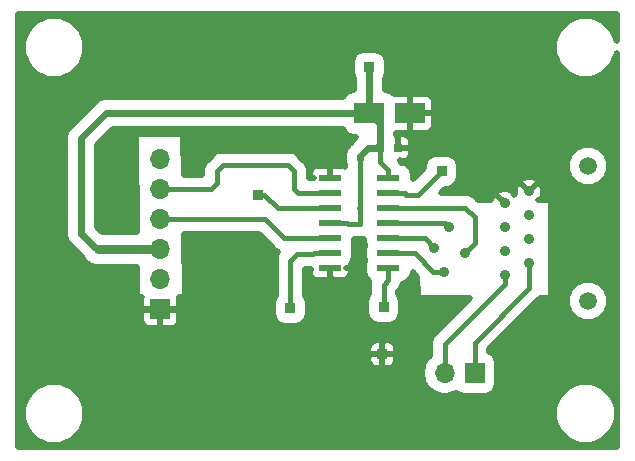
<source format=gbr>
G04 #@! TF.GenerationSoftware,KiCad,Pcbnew,(5.0.2)-1*
G04 #@! TF.CreationDate,2019-11-05T15:10:29+00:00*
G04 #@! TF.ProjectId,RS-485_FTDI,52532d34-3835-45f4-9654-44492e6b6963,rev?*
G04 #@! TF.SameCoordinates,Original*
G04 #@! TF.FileFunction,Copper,L1,Top*
G04 #@! TF.FilePolarity,Positive*
%FSLAX46Y46*%
G04 Gerber Fmt 4.6, Leading zero omitted, Abs format (unit mm)*
G04 Created by KiCad (PCBNEW (5.0.2)-1) date 05/11/2019 15:10:29*
%MOMM*%
%LPD*%
G01*
G04 APERTURE LIST*
G04 #@! TA.AperFunction,SMDPad,CuDef*
%ADD10R,2.600000X1.800000*%
G04 #@! TD*
G04 #@! TA.AperFunction,SMDPad,CuDef*
%ADD11R,0.800000X0.750000*%
G04 #@! TD*
G04 #@! TA.AperFunction,ComponentPad*
%ADD12O,1.700000X1.700000*%
G04 #@! TD*
G04 #@! TA.AperFunction,ComponentPad*
%ADD13R,1.700000X1.700000*%
G04 #@! TD*
G04 #@! TA.AperFunction,ComponentPad*
%ADD14R,0.850000X0.850000*%
G04 #@! TD*
G04 #@! TA.AperFunction,SMDPad,CuDef*
%ADD15R,1.969999X0.542600*%
G04 #@! TD*
G04 #@! TA.AperFunction,WasherPad*
%ADD16C,1.500000*%
G04 #@! TD*
G04 #@! TA.AperFunction,ComponentPad*
%ADD17C,0.900000*%
G04 #@! TD*
G04 #@! TA.AperFunction,ViaPad*
%ADD18C,0.900000*%
G04 #@! TD*
G04 #@! TA.AperFunction,Conductor*
%ADD19C,0.400000*%
G04 #@! TD*
G04 #@! TA.AperFunction,Conductor*
%ADD20C,0.800000*%
G04 #@! TD*
G04 #@! TA.AperFunction,Conductor*
%ADD21C,0.600000*%
G04 #@! TD*
G04 #@! TA.AperFunction,Conductor*
%ADD22C,0.500000*%
G04 #@! TD*
G04 APERTURE END LIST*
D10*
G04 #@! TO.P,C1,2*
G04 #@! TO.N,GND*
X77300000Y-133600000D03*
G04 #@! TO.P,C1,1*
G04 #@! TO.N,+5V*
X73900000Y-133600000D03*
G04 #@! TD*
D11*
G04 #@! TO.P,C2,1*
G04 #@! TO.N,+5V*
X74800000Y-136500000D03*
G04 #@! TO.P,C2,2*
G04 #@! TO.N,GND*
X76300000Y-136500000D03*
G04 #@! TD*
D12*
G04 #@! TO.P,J1,6*
G04 #@! TO.N,N/C*
X56200000Y-137500000D03*
G04 #@! TO.P,J1,5*
G04 #@! TO.N,RXI*
X56200000Y-140040000D03*
G04 #@! TO.P,J1,4*
G04 #@! TO.N,TXO*
X56200000Y-142580000D03*
G04 #@! TO.P,J1,3*
G04 #@! TO.N,+5V*
X56200000Y-145120000D03*
G04 #@! TO.P,J1,2*
G04 #@! TO.N,N/C*
X56200000Y-147660000D03*
D13*
G04 #@! TO.P,J1,1*
G04 #@! TO.N,GND*
X56200000Y-150200000D03*
G04 #@! TD*
D14*
G04 #@! TO.P,J2,1*
G04 #@! TO.N,Net-(J2-Pad1)*
X67200000Y-150100000D03*
G04 #@! TD*
D15*
G04 #@! TO.P,U1,1*
G04 #@! TO.N,GND*
X70572400Y-139090000D03*
G04 #@! TO.P,U1,2*
G04 #@! TO.N,RXI*
X70572400Y-140360000D03*
G04 #@! TO.P,U1,3*
G04 #@! TO.N,Net-(J8-Pad1)*
X70572400Y-141630000D03*
G04 #@! TO.P,U1,4*
G04 #@! TO.N,+5V*
X70572400Y-142900000D03*
G04 #@! TO.P,U1,5*
G04 #@! TO.N,TXO*
X70572400Y-144170000D03*
G04 #@! TO.P,U1,6*
G04 #@! TO.N,Net-(J2-Pad1)*
X70572400Y-145440000D03*
G04 #@! TO.P,U1,7*
G04 #@! TO.N,GND*
X70572400Y-146710000D03*
G04 #@! TO.P,U1,8*
G04 #@! TO.N,Net-(J5-Pad1)*
X75500000Y-146710000D03*
G04 #@! TO.P,U1,9*
G04 #@! TO.N,orange*
X75500000Y-145440000D03*
G04 #@! TO.P,U1,10*
G04 #@! TO.N,w_orange*
X75500000Y-144170000D03*
G04 #@! TO.P,U1,11*
G04 #@! TO.N,w_blue*
X75500000Y-142900000D03*
G04 #@! TO.P,U1,12*
G04 #@! TO.N,blue*
X75500000Y-141630000D03*
G04 #@! TO.P,U1,13*
G04 #@! TO.N,Net-(J9-Pad1)*
X75500000Y-140360000D03*
G04 #@! TO.P,U1,14*
G04 #@! TO.N,+5V*
X75500000Y-139090000D03*
G04 #@! TD*
D14*
G04 #@! TO.P,J4,1*
G04 #@! TO.N,+5V*
X73900000Y-129700000D03*
G04 #@! TD*
G04 #@! TO.P,J5,1*
G04 #@! TO.N,Net-(J5-Pad1)*
X75100000Y-150000000D03*
G04 #@! TD*
G04 #@! TO.P,J6,1*
G04 #@! TO.N,GND*
X75000000Y-154000000D03*
G04 #@! TD*
D12*
G04 #@! TO.P,J3,2*
G04 #@! TO.N,Net-(J3-Pad2)*
X80260000Y-155600000D03*
D13*
G04 #@! TO.P,J3,1*
G04 #@! TO.N,Net-(J3-Pad1)*
X82800000Y-155600000D03*
G04 #@! TD*
D16*
G04 #@! TO.P,J7,*
G04 #@! TO.N,*
X92400001Y-138034999D03*
X92400001Y-149464999D03*
D17*
G04 #@! TO.P,J7,8*
G04 #@! TO.N,Net-(J3-Pad1)*
X87400001Y-146284999D03*
G04 #@! TO.P,J7,4*
G04 #@! TO.N,blue*
X87400001Y-144254999D03*
G04 #@! TO.P,J7,3*
G04 #@! TO.N,w_orange*
X87400001Y-142224999D03*
G04 #@! TO.P,J7,2*
G04 #@! TO.N,GND*
X87400001Y-140194999D03*
G04 #@! TO.P,J7,1*
X85370001Y-141214999D03*
G04 #@! TO.P,J7,5*
G04 #@! TO.N,w_blue*
X85370001Y-143244999D03*
G04 #@! TO.P,J7,6*
G04 #@! TO.N,orange*
X85370001Y-145274999D03*
G04 #@! TO.P,J7,7*
G04 #@! TO.N,Net-(J3-Pad2)*
X85370001Y-147304999D03*
G04 #@! TD*
D14*
G04 #@! TO.P,J8,1*
G04 #@! TO.N,Net-(J8-Pad1)*
X64500000Y-140500000D03*
G04 #@! TD*
G04 #@! TO.P,J9,1*
G04 #@! TO.N,Net-(J9-Pad1)*
X80000000Y-138500000D03*
G04 #@! TD*
D18*
G04 #@! TO.N,GND*
X64500000Y-135800000D03*
X55500000Y-127300000D03*
X67800000Y-126900000D03*
X80700000Y-127300000D03*
X81000000Y-159600000D03*
X70400000Y-159200000D03*
X57300000Y-159600000D03*
X60800000Y-150500000D03*
X71300000Y-149800000D03*
X82800000Y-133300000D03*
G04 #@! TO.N,blue*
X82000000Y-145400000D03*
G04 #@! TO.N,w_orange*
X79400000Y-145000000D03*
G04 #@! TO.N,w_blue*
X80600000Y-143200000D03*
G04 #@! TO.N,orange*
X80200000Y-147000000D03*
G04 #@! TD*
D19*
G04 #@! TO.N,GND*
X70572400Y-147381300D02*
X70800000Y-147608900D01*
X70572400Y-146710000D02*
X70572400Y-147381300D01*
X70800000Y-148300000D02*
X70900000Y-148400000D01*
X70800000Y-148200000D02*
X70800000Y-148300000D01*
X70800000Y-147608900D02*
X70900000Y-148400000D01*
D20*
G04 #@! TO.N,+5V*
X54997919Y-145120000D02*
X54977919Y-145100000D01*
X56200000Y-145120000D02*
X54997919Y-145120000D01*
X54977919Y-145100000D02*
X53700000Y-145100000D01*
D19*
X75500000Y-138418700D02*
X74800000Y-137718700D01*
X75500000Y-139090000D02*
X75500000Y-138418700D01*
X74800000Y-137718700D02*
X74800000Y-136500000D01*
X72057399Y-143000000D02*
X73100000Y-143000000D01*
X71957399Y-142900000D02*
X72057399Y-143000000D01*
X70572400Y-142900000D02*
X71957399Y-142900000D01*
X73030000Y-141630000D02*
X73100000Y-141700000D01*
X73100000Y-137500000D02*
X73100000Y-141700000D01*
X73100000Y-141700000D02*
X73100000Y-143000000D01*
D20*
X56200000Y-145120000D02*
X50880000Y-145120000D01*
D21*
X73100000Y-137200000D02*
X73100000Y-137500000D01*
X73800000Y-136500000D02*
X73100000Y-137200000D01*
X74800000Y-136500000D02*
X73800000Y-136500000D01*
X50880000Y-145120000D02*
X50820000Y-145120000D01*
X50820000Y-145120000D02*
X49500000Y-143800000D01*
X49500000Y-143800000D02*
X49500000Y-135700000D01*
X51600000Y-133600000D02*
X73900000Y-133600000D01*
X49500000Y-135700000D02*
X51600000Y-133600000D01*
X74800000Y-134500000D02*
X73900000Y-133600000D01*
X74800000Y-136500000D02*
X74800000Y-134500000D01*
X73900000Y-133600000D02*
X73900000Y-129700000D01*
D19*
G04 #@! TO.N,RXI*
X60460000Y-140040000D02*
X59960000Y-140040000D01*
X59960000Y-140040000D02*
X56200000Y-140040000D01*
X61000000Y-139500000D02*
X60460000Y-140040000D01*
X61000000Y-138500000D02*
X61000000Y-139500000D01*
X67860000Y-140360000D02*
X67500000Y-140000000D01*
X70572400Y-140360000D02*
X67860000Y-140360000D01*
X67500000Y-140000000D02*
X67500000Y-138500000D01*
X67500000Y-138500000D02*
X67000000Y-138000000D01*
X67000000Y-138000000D02*
X61500000Y-138000000D01*
X61500000Y-138000000D02*
X61000000Y-138500000D01*
G04 #@! TO.N,TXO*
X70572400Y-144170000D02*
X66670000Y-144170000D01*
X65080000Y-142580000D02*
X56200000Y-142580000D01*
X66670000Y-144170000D02*
X65080000Y-142580000D01*
G04 #@! TO.N,Net-(J2-Pad1)*
X69187401Y-145440000D02*
X69127401Y-145500000D01*
X70572400Y-145440000D02*
X69187401Y-145440000D01*
X69127401Y-145500000D02*
X67800000Y-145500000D01*
X67200000Y-146100000D02*
X67200000Y-150100000D01*
X67800000Y-145500000D02*
X67200000Y-146100000D01*
G04 #@! TO.N,Net-(J5-Pad1)*
X75500000Y-146710000D02*
X75500000Y-147700000D01*
X75100000Y-148100000D02*
X75100000Y-150100000D01*
X75500000Y-147700000D02*
X75100000Y-148100000D01*
G04 #@! TO.N,Net-(J3-Pad2)*
X80260000Y-155600000D02*
X80260000Y-153140000D01*
X85370001Y-148029999D02*
X85370001Y-147304999D01*
X80260000Y-153140000D02*
X85370001Y-148029999D01*
G04 #@! TO.N,Net-(J3-Pad1)*
X87400001Y-146284999D02*
X87400001Y-148399999D01*
X82800000Y-153000000D02*
X82800000Y-155600000D01*
X87400001Y-148399999D02*
X82800000Y-153000000D01*
G04 #@! TO.N,blue*
X76884999Y-141630000D02*
X76914999Y-141600000D01*
X75500000Y-141630000D02*
X76884999Y-141630000D01*
X76914999Y-141600000D02*
X81400000Y-141600000D01*
X82000000Y-141600000D02*
X81400000Y-141600000D01*
X82800000Y-142400000D02*
X82000000Y-141600000D01*
X82000000Y-145400000D02*
X82800000Y-144600000D01*
X82800000Y-144600000D02*
X82800000Y-142400000D01*
G04 #@! TO.N,w_orange*
X78570000Y-144170000D02*
X75500000Y-144170000D01*
X79400000Y-145000000D02*
X78570000Y-144170000D01*
G04 #@! TO.N,w_blue*
X80300000Y-142900000D02*
X80600000Y-143200000D01*
X75500000Y-142900000D02*
X80300000Y-142900000D01*
G04 #@! TO.N,orange*
X75500000Y-145440000D02*
X77760000Y-145440000D01*
X77760000Y-145440000D02*
X79320000Y-147000000D01*
X79320000Y-147000000D02*
X80200000Y-147000000D01*
G04 #@! TO.N,Net-(J8-Pad1)*
X70572400Y-141630000D02*
X66130000Y-141630000D01*
X66130000Y-141630000D02*
X65000000Y-140500000D01*
X65000000Y-140500000D02*
X64500000Y-140500000D01*
G04 #@! TO.N,Net-(J9-Pad1)*
X76884999Y-140360000D02*
X77024999Y-140500000D01*
X75500000Y-140360000D02*
X76884999Y-140360000D01*
X77024999Y-140500000D02*
X78000000Y-140500000D01*
X78000000Y-140500000D02*
X80000000Y-138500000D01*
G04 #@! TD*
D22*
G04 #@! TO.N,GND*
G36*
X94850000Y-127472882D02*
X94446562Y-126498895D01*
X93701105Y-125753438D01*
X92727118Y-125350000D01*
X91672882Y-125350000D01*
X90698895Y-125753438D01*
X89953438Y-126498895D01*
X89550000Y-127472882D01*
X89550000Y-128527118D01*
X89953438Y-129501105D01*
X90698895Y-130246562D01*
X91672882Y-130650000D01*
X92727118Y-130650000D01*
X93701105Y-130246562D01*
X94446562Y-129501105D01*
X94850000Y-128527118D01*
X94850001Y-161850000D01*
X44150000Y-161850000D01*
X44150000Y-158472882D01*
X44550000Y-158472882D01*
X44550000Y-159527118D01*
X44953438Y-160501105D01*
X45698895Y-161246562D01*
X46672882Y-161650000D01*
X47727118Y-161650000D01*
X48701105Y-161246562D01*
X49446562Y-160501105D01*
X49850000Y-159527118D01*
X49850000Y-158472882D01*
X89550000Y-158472882D01*
X89550000Y-159527118D01*
X89953438Y-160501105D01*
X90698895Y-161246562D01*
X91672882Y-161650000D01*
X92727118Y-161650000D01*
X93701105Y-161246562D01*
X94446562Y-160501105D01*
X94850000Y-159527118D01*
X94850000Y-158472882D01*
X94446562Y-157498895D01*
X93701105Y-156753438D01*
X92727118Y-156350000D01*
X91672882Y-156350000D01*
X90698895Y-156753438D01*
X89953438Y-157498895D01*
X89550000Y-158472882D01*
X49850000Y-158472882D01*
X49446562Y-157498895D01*
X48701105Y-156753438D01*
X47727118Y-156350000D01*
X46672882Y-156350000D01*
X45698895Y-156753438D01*
X44953438Y-157498895D01*
X44550000Y-158472882D01*
X44150000Y-158472882D01*
X44150000Y-154193500D01*
X73817000Y-154193500D01*
X73817000Y-154575775D01*
X73932398Y-154854372D01*
X74145627Y-155067601D01*
X74424224Y-155183000D01*
X74806500Y-155183000D01*
X74996000Y-154993500D01*
X74996000Y-154004000D01*
X75004000Y-154004000D01*
X75004000Y-154993500D01*
X75193500Y-155183000D01*
X75575776Y-155183000D01*
X75854373Y-155067601D01*
X76067602Y-154854372D01*
X76183000Y-154575775D01*
X76183000Y-154193500D01*
X75993500Y-154004000D01*
X75004000Y-154004000D01*
X74996000Y-154004000D01*
X74006500Y-154004000D01*
X73817000Y-154193500D01*
X44150000Y-154193500D01*
X44150000Y-153424225D01*
X73817000Y-153424225D01*
X73817000Y-153806500D01*
X74006500Y-153996000D01*
X74996000Y-153996000D01*
X74996000Y-153006500D01*
X75004000Y-153006500D01*
X75004000Y-153996000D01*
X75993500Y-153996000D01*
X76183000Y-153806500D01*
X76183000Y-153424225D01*
X76067602Y-153145628D01*
X75854373Y-152932399D01*
X75575776Y-152817000D01*
X75193500Y-152817000D01*
X75004000Y-153006500D01*
X74996000Y-153006500D01*
X74806500Y-152817000D01*
X74424224Y-152817000D01*
X74145627Y-152932399D01*
X73932398Y-153145628D01*
X73817000Y-153424225D01*
X44150000Y-153424225D01*
X44150000Y-150393500D01*
X54592000Y-150393500D01*
X54592000Y-151200775D01*
X54707398Y-151479372D01*
X54920627Y-151692601D01*
X55199224Y-151808000D01*
X56006500Y-151808000D01*
X56196000Y-151618500D01*
X56196000Y-150204000D01*
X56204000Y-150204000D01*
X56204000Y-151618500D01*
X56393500Y-151808000D01*
X57200776Y-151808000D01*
X57479373Y-151692601D01*
X57692602Y-151479372D01*
X57808000Y-151200775D01*
X57808000Y-150393500D01*
X57618500Y-150204000D01*
X56204000Y-150204000D01*
X56196000Y-150204000D01*
X54781500Y-150204000D01*
X54592000Y-150393500D01*
X44150000Y-150393500D01*
X44150000Y-135700000D01*
X48123552Y-135700000D01*
X48150001Y-135832968D01*
X48150000Y-143667037D01*
X48123552Y-143800000D01*
X48150000Y-143932962D01*
X48228328Y-144326743D01*
X48526704Y-144773295D01*
X48639424Y-144848612D01*
X49589757Y-145798945D01*
X49834608Y-146165392D01*
X50314238Y-146485870D01*
X50737188Y-146570000D01*
X54232474Y-146570000D01*
X54250007Y-148901880D01*
X54269030Y-148995671D01*
X54323223Y-149076777D01*
X54404329Y-149130970D01*
X54500000Y-149150000D01*
X54612390Y-149150000D01*
X54592000Y-149199225D01*
X54592000Y-150006500D01*
X54781500Y-150196000D01*
X56196000Y-150196000D01*
X56196000Y-150176000D01*
X56204000Y-150176000D01*
X56204000Y-150196000D01*
X57618500Y-150196000D01*
X57808000Y-150006500D01*
X57808000Y-149199225D01*
X57787610Y-149150000D01*
X58000000Y-149150000D01*
X58097405Y-149130244D01*
X58178101Y-149075443D01*
X58231683Y-148993932D01*
X58249993Y-148898120D01*
X58211887Y-143830000D01*
X64562234Y-143830000D01*
X65699064Y-144966830D01*
X65768801Y-145071199D01*
X66028526Y-145244742D01*
X66182274Y-145347473D01*
X66197446Y-145350491D01*
X66022527Y-145612276D01*
X65950000Y-145976892D01*
X65950000Y-145976896D01*
X65925513Y-146100000D01*
X65950000Y-146223104D01*
X65950001Y-149019750D01*
X65785922Y-149265311D01*
X65704430Y-149675000D01*
X65704430Y-150525000D01*
X65785922Y-150934689D01*
X66017993Y-151282007D01*
X66365311Y-151514078D01*
X66775000Y-151595570D01*
X67625000Y-151595570D01*
X68034689Y-151514078D01*
X68382007Y-151282007D01*
X68614078Y-150934689D01*
X68695570Y-150525000D01*
X68695570Y-149675000D01*
X68614078Y-149265311D01*
X68450000Y-149019751D01*
X68450000Y-146750000D01*
X68982901Y-146750000D01*
X68829401Y-146903500D01*
X68829401Y-147132075D01*
X68944799Y-147410672D01*
X69158028Y-147623901D01*
X69436625Y-147739300D01*
X70378900Y-147739300D01*
X70568400Y-147549800D01*
X70568400Y-146781870D01*
X70576400Y-146781870D01*
X70576400Y-147549800D01*
X70765900Y-147739300D01*
X71708175Y-147739300D01*
X71986772Y-147623901D01*
X72200001Y-147410672D01*
X72315399Y-147132075D01*
X72315399Y-146903500D01*
X72125899Y-146714000D01*
X71898605Y-146714000D01*
X71938824Y-146706000D01*
X72125899Y-146706000D01*
X72315399Y-146516500D01*
X72315399Y-146466821D01*
X72546477Y-146120989D01*
X72627969Y-145711300D01*
X72627969Y-145168700D01*
X72555625Y-144805000D01*
X72627969Y-144441300D01*
X72627969Y-144250000D01*
X72976891Y-144250000D01*
X73100000Y-144274488D01*
X73444431Y-144205976D01*
X73444431Y-144441300D01*
X73516775Y-144805000D01*
X73444431Y-145168700D01*
X73444431Y-145711300D01*
X73516775Y-146075000D01*
X73444431Y-146438700D01*
X73444431Y-146981300D01*
X73525923Y-147390989D01*
X73757994Y-147738307D01*
X73881096Y-147820561D01*
X73850000Y-147976892D01*
X73850000Y-147976896D01*
X73825513Y-148100000D01*
X73850000Y-148223104D01*
X73850000Y-148919751D01*
X73685922Y-149165311D01*
X73604430Y-149575000D01*
X73604430Y-150425000D01*
X73685922Y-150834689D01*
X73917993Y-151182007D01*
X74265311Y-151414078D01*
X74675000Y-151495570D01*
X75525000Y-151495570D01*
X75934689Y-151414078D01*
X76282007Y-151182007D01*
X76514078Y-150834689D01*
X76595570Y-150425000D01*
X76595570Y-149575000D01*
X76514078Y-149165311D01*
X76350000Y-148919751D01*
X76350000Y-148635409D01*
X76401199Y-148601199D01*
X76677473Y-148187725D01*
X76713539Y-148006411D01*
X76894688Y-147970378D01*
X77242006Y-147738307D01*
X77474077Y-147390989D01*
X77551913Y-146999680D01*
X77964819Y-147412586D01*
X77975005Y-149001603D01*
X77994030Y-149095671D01*
X78048223Y-149176777D01*
X78129329Y-149230970D01*
X78225000Y-149250000D01*
X82382233Y-149250000D01*
X79463168Y-152169066D01*
X79358802Y-152238801D01*
X79289067Y-152343167D01*
X79289066Y-152343168D01*
X79082528Y-152652275D01*
X78985513Y-153140000D01*
X79010001Y-153263108D01*
X79010001Y-154150112D01*
X78890176Y-154230176D01*
X78470239Y-154858657D01*
X78322777Y-155600000D01*
X78470239Y-156341343D01*
X78890176Y-156969824D01*
X79518657Y-157389761D01*
X80072867Y-157500000D01*
X80447133Y-157500000D01*
X81001343Y-157389761D01*
X81233923Y-157234356D01*
X81540311Y-157439078D01*
X81950000Y-157520570D01*
X83650000Y-157520570D01*
X84059689Y-157439078D01*
X84407007Y-157207007D01*
X84639078Y-156859689D01*
X84720570Y-156450000D01*
X84720570Y-154750000D01*
X84639078Y-154340311D01*
X84407007Y-153992993D01*
X84059689Y-153760922D01*
X84050000Y-153758995D01*
X84050000Y-153517766D01*
X88196834Y-149370933D01*
X88301200Y-149301198D01*
X88335409Y-149250000D01*
X89000000Y-149250000D01*
X89094188Y-149231578D01*
X89175640Y-149177906D01*
X89223707Y-149106957D01*
X90600001Y-149106957D01*
X90600001Y-149823041D01*
X90874035Y-150484617D01*
X91380383Y-150990965D01*
X92041959Y-151264999D01*
X92758043Y-151264999D01*
X93419619Y-150990965D01*
X93925967Y-150484617D01*
X94200001Y-149823041D01*
X94200001Y-149106957D01*
X93925967Y-148445381D01*
X93419619Y-147939033D01*
X92758043Y-147664999D01*
X92041959Y-147664999D01*
X91380383Y-147939033D01*
X90874035Y-148445381D01*
X90600001Y-149106957D01*
X89223707Y-149106957D01*
X89230352Y-149097149D01*
X89249995Y-149001603D01*
X89299995Y-141201603D01*
X89280970Y-141104329D01*
X89226777Y-141023223D01*
X89145671Y-140969030D01*
X89050000Y-140950000D01*
X88241571Y-140950000D01*
X88185395Y-140926731D01*
X88398786Y-140915714D01*
X88598563Y-140478634D01*
X88615871Y-139998374D01*
X88448073Y-139548047D01*
X88398786Y-139474284D01*
X88139746Y-139460910D01*
X87405658Y-140194999D01*
X87419800Y-140209141D01*
X87414143Y-140214798D01*
X87400001Y-140200656D01*
X87385859Y-140214798D01*
X87380202Y-140209141D01*
X87394344Y-140194999D01*
X86660256Y-139460910D01*
X86401216Y-139474284D01*
X86201439Y-139911364D01*
X86184131Y-140391624D01*
X86185104Y-140394236D01*
X86104090Y-140475250D01*
X86090716Y-140216214D01*
X85653636Y-140016437D01*
X85173376Y-139999129D01*
X84723049Y-140166927D01*
X84649286Y-140216214D01*
X84635912Y-140475254D01*
X85110659Y-140950000D01*
X85099345Y-140950000D01*
X84630256Y-140480910D01*
X84371216Y-140494284D01*
X84171439Y-140931364D01*
X84170767Y-140950000D01*
X83117766Y-140950000D01*
X82970936Y-140803169D01*
X82901199Y-140698801D01*
X82487725Y-140422527D01*
X82123109Y-140350000D01*
X82123104Y-140350000D01*
X82000000Y-140325513D01*
X81876896Y-140350000D01*
X79917767Y-140350000D01*
X80272197Y-139995570D01*
X80425000Y-139995570D01*
X80834689Y-139914078D01*
X81182007Y-139682007D01*
X81333518Y-139455254D01*
X86665912Y-139455254D01*
X87400001Y-140189342D01*
X88134090Y-139455254D01*
X88120716Y-139196214D01*
X87683636Y-138996437D01*
X87203376Y-138979129D01*
X86753049Y-139146927D01*
X86679286Y-139196214D01*
X86665912Y-139455254D01*
X81333518Y-139455254D01*
X81414078Y-139334689D01*
X81495570Y-138925000D01*
X81495570Y-138075000D01*
X81416395Y-137676957D01*
X90600001Y-137676957D01*
X90600001Y-138393041D01*
X90874035Y-139054617D01*
X91380383Y-139560965D01*
X92041959Y-139834999D01*
X92758043Y-139834999D01*
X93419619Y-139560965D01*
X93925967Y-139054617D01*
X94200001Y-138393041D01*
X94200001Y-137676957D01*
X93925967Y-137015381D01*
X93419619Y-136509033D01*
X92758043Y-136234999D01*
X92041959Y-136234999D01*
X91380383Y-136509033D01*
X90874035Y-137015381D01*
X90600001Y-137676957D01*
X81416395Y-137676957D01*
X81414078Y-137665311D01*
X81182007Y-137317993D01*
X80834689Y-137085922D01*
X80425000Y-137004430D01*
X79575000Y-137004430D01*
X79165311Y-137085922D01*
X78817993Y-137317993D01*
X78585922Y-137665311D01*
X78504430Y-138075000D01*
X78504430Y-138227803D01*
X77555569Y-139176665D01*
X77555569Y-138818700D01*
X77474077Y-138409011D01*
X77242006Y-138061693D01*
X76894688Y-137829622D01*
X76566076Y-137764257D01*
X76447912Y-137587412D01*
X76493500Y-137633000D01*
X76850776Y-137633000D01*
X77129373Y-137517601D01*
X77342602Y-137304372D01*
X77458000Y-137025775D01*
X77458000Y-136693500D01*
X77268500Y-136504000D01*
X76304000Y-136504000D01*
X76304000Y-136524000D01*
X76296000Y-136524000D01*
X76296000Y-136504000D01*
X76276000Y-136504000D01*
X76276000Y-136496000D01*
X76296000Y-136496000D01*
X76296000Y-135556500D01*
X76304000Y-135556500D01*
X76304000Y-136496000D01*
X77268500Y-136496000D01*
X77458000Y-136306500D01*
X77458000Y-135974225D01*
X77342602Y-135695628D01*
X77129373Y-135482399D01*
X76850776Y-135367000D01*
X76493500Y-135367000D01*
X76304000Y-135556500D01*
X76296000Y-135556500D01*
X76150000Y-135410500D01*
X76150000Y-135258000D01*
X77106500Y-135258000D01*
X77296000Y-135068500D01*
X77296000Y-133604000D01*
X77304000Y-133604000D01*
X77304000Y-135068500D01*
X77493500Y-135258000D01*
X78750776Y-135258000D01*
X79029373Y-135142601D01*
X79242602Y-134929372D01*
X79358000Y-134650775D01*
X79358000Y-133793500D01*
X79168500Y-133604000D01*
X77304000Y-133604000D01*
X77296000Y-133604000D01*
X77276000Y-133604000D01*
X77276000Y-133596000D01*
X77296000Y-133596000D01*
X77296000Y-132131500D01*
X77304000Y-132131500D01*
X77304000Y-133596000D01*
X79168500Y-133596000D01*
X79358000Y-133406500D01*
X79358000Y-132549225D01*
X79242602Y-132270628D01*
X79029373Y-132057399D01*
X78750776Y-131942000D01*
X77493500Y-131942000D01*
X77304000Y-132131500D01*
X77296000Y-132131500D01*
X77106500Y-131942000D01*
X75955521Y-131942000D01*
X75609689Y-131710922D01*
X75250000Y-131639376D01*
X75250000Y-130630588D01*
X75314078Y-130534689D01*
X75395570Y-130125000D01*
X75395570Y-129275000D01*
X75314078Y-128865311D01*
X75082007Y-128517993D01*
X74734689Y-128285922D01*
X74325000Y-128204430D01*
X73475000Y-128204430D01*
X73065311Y-128285922D01*
X72717993Y-128517993D01*
X72485922Y-128865311D01*
X72404430Y-129275000D01*
X72404430Y-130125000D01*
X72485922Y-130534689D01*
X72550001Y-130630589D01*
X72550001Y-131639375D01*
X72190311Y-131710922D01*
X71842993Y-131942993D01*
X71637857Y-132250000D01*
X51732961Y-132250000D01*
X51599999Y-132223552D01*
X51467038Y-132250000D01*
X51467037Y-132250000D01*
X51073256Y-132328328D01*
X50626704Y-132626704D01*
X50551385Y-132739427D01*
X48639425Y-134651387D01*
X48526705Y-134726704D01*
X48451388Y-134839424D01*
X48451387Y-134839425D01*
X48228328Y-135173257D01*
X48123552Y-135700000D01*
X44150000Y-135700000D01*
X44150000Y-127472882D01*
X44550000Y-127472882D01*
X44550000Y-128527118D01*
X44953438Y-129501105D01*
X45698895Y-130246562D01*
X46672882Y-130650000D01*
X47727118Y-130650000D01*
X48701105Y-130246562D01*
X49446562Y-129501105D01*
X49850000Y-128527118D01*
X49850000Y-127472882D01*
X49446562Y-126498895D01*
X48701105Y-125753438D01*
X47727118Y-125350000D01*
X46672882Y-125350000D01*
X45698895Y-125753438D01*
X44953438Y-126498895D01*
X44550000Y-127472882D01*
X44150000Y-127472882D01*
X44150000Y-125150000D01*
X94850000Y-125150000D01*
X94850000Y-127472882D01*
X94850000Y-127472882D01*
G37*
X94850000Y-127472882D02*
X94446562Y-126498895D01*
X93701105Y-125753438D01*
X92727118Y-125350000D01*
X91672882Y-125350000D01*
X90698895Y-125753438D01*
X89953438Y-126498895D01*
X89550000Y-127472882D01*
X89550000Y-128527118D01*
X89953438Y-129501105D01*
X90698895Y-130246562D01*
X91672882Y-130650000D01*
X92727118Y-130650000D01*
X93701105Y-130246562D01*
X94446562Y-129501105D01*
X94850000Y-128527118D01*
X94850001Y-161850000D01*
X44150000Y-161850000D01*
X44150000Y-158472882D01*
X44550000Y-158472882D01*
X44550000Y-159527118D01*
X44953438Y-160501105D01*
X45698895Y-161246562D01*
X46672882Y-161650000D01*
X47727118Y-161650000D01*
X48701105Y-161246562D01*
X49446562Y-160501105D01*
X49850000Y-159527118D01*
X49850000Y-158472882D01*
X89550000Y-158472882D01*
X89550000Y-159527118D01*
X89953438Y-160501105D01*
X90698895Y-161246562D01*
X91672882Y-161650000D01*
X92727118Y-161650000D01*
X93701105Y-161246562D01*
X94446562Y-160501105D01*
X94850000Y-159527118D01*
X94850000Y-158472882D01*
X94446562Y-157498895D01*
X93701105Y-156753438D01*
X92727118Y-156350000D01*
X91672882Y-156350000D01*
X90698895Y-156753438D01*
X89953438Y-157498895D01*
X89550000Y-158472882D01*
X49850000Y-158472882D01*
X49446562Y-157498895D01*
X48701105Y-156753438D01*
X47727118Y-156350000D01*
X46672882Y-156350000D01*
X45698895Y-156753438D01*
X44953438Y-157498895D01*
X44550000Y-158472882D01*
X44150000Y-158472882D01*
X44150000Y-154193500D01*
X73817000Y-154193500D01*
X73817000Y-154575775D01*
X73932398Y-154854372D01*
X74145627Y-155067601D01*
X74424224Y-155183000D01*
X74806500Y-155183000D01*
X74996000Y-154993500D01*
X74996000Y-154004000D01*
X75004000Y-154004000D01*
X75004000Y-154993500D01*
X75193500Y-155183000D01*
X75575776Y-155183000D01*
X75854373Y-155067601D01*
X76067602Y-154854372D01*
X76183000Y-154575775D01*
X76183000Y-154193500D01*
X75993500Y-154004000D01*
X75004000Y-154004000D01*
X74996000Y-154004000D01*
X74006500Y-154004000D01*
X73817000Y-154193500D01*
X44150000Y-154193500D01*
X44150000Y-153424225D01*
X73817000Y-153424225D01*
X73817000Y-153806500D01*
X74006500Y-153996000D01*
X74996000Y-153996000D01*
X74996000Y-153006500D01*
X75004000Y-153006500D01*
X75004000Y-153996000D01*
X75993500Y-153996000D01*
X76183000Y-153806500D01*
X76183000Y-153424225D01*
X76067602Y-153145628D01*
X75854373Y-152932399D01*
X75575776Y-152817000D01*
X75193500Y-152817000D01*
X75004000Y-153006500D01*
X74996000Y-153006500D01*
X74806500Y-152817000D01*
X74424224Y-152817000D01*
X74145627Y-152932399D01*
X73932398Y-153145628D01*
X73817000Y-153424225D01*
X44150000Y-153424225D01*
X44150000Y-150393500D01*
X54592000Y-150393500D01*
X54592000Y-151200775D01*
X54707398Y-151479372D01*
X54920627Y-151692601D01*
X55199224Y-151808000D01*
X56006500Y-151808000D01*
X56196000Y-151618500D01*
X56196000Y-150204000D01*
X56204000Y-150204000D01*
X56204000Y-151618500D01*
X56393500Y-151808000D01*
X57200776Y-151808000D01*
X57479373Y-151692601D01*
X57692602Y-151479372D01*
X57808000Y-151200775D01*
X57808000Y-150393500D01*
X57618500Y-150204000D01*
X56204000Y-150204000D01*
X56196000Y-150204000D01*
X54781500Y-150204000D01*
X54592000Y-150393500D01*
X44150000Y-150393500D01*
X44150000Y-135700000D01*
X48123552Y-135700000D01*
X48150001Y-135832968D01*
X48150000Y-143667037D01*
X48123552Y-143800000D01*
X48150000Y-143932962D01*
X48228328Y-144326743D01*
X48526704Y-144773295D01*
X48639424Y-144848612D01*
X49589757Y-145798945D01*
X49834608Y-146165392D01*
X50314238Y-146485870D01*
X50737188Y-146570000D01*
X54232474Y-146570000D01*
X54250007Y-148901880D01*
X54269030Y-148995671D01*
X54323223Y-149076777D01*
X54404329Y-149130970D01*
X54500000Y-149150000D01*
X54612390Y-149150000D01*
X54592000Y-149199225D01*
X54592000Y-150006500D01*
X54781500Y-150196000D01*
X56196000Y-150196000D01*
X56196000Y-150176000D01*
X56204000Y-150176000D01*
X56204000Y-150196000D01*
X57618500Y-150196000D01*
X57808000Y-150006500D01*
X57808000Y-149199225D01*
X57787610Y-149150000D01*
X58000000Y-149150000D01*
X58097405Y-149130244D01*
X58178101Y-149075443D01*
X58231683Y-148993932D01*
X58249993Y-148898120D01*
X58211887Y-143830000D01*
X64562234Y-143830000D01*
X65699064Y-144966830D01*
X65768801Y-145071199D01*
X66028526Y-145244742D01*
X66182274Y-145347473D01*
X66197446Y-145350491D01*
X66022527Y-145612276D01*
X65950000Y-145976892D01*
X65950000Y-145976896D01*
X65925513Y-146100000D01*
X65950000Y-146223104D01*
X65950001Y-149019750D01*
X65785922Y-149265311D01*
X65704430Y-149675000D01*
X65704430Y-150525000D01*
X65785922Y-150934689D01*
X66017993Y-151282007D01*
X66365311Y-151514078D01*
X66775000Y-151595570D01*
X67625000Y-151595570D01*
X68034689Y-151514078D01*
X68382007Y-151282007D01*
X68614078Y-150934689D01*
X68695570Y-150525000D01*
X68695570Y-149675000D01*
X68614078Y-149265311D01*
X68450000Y-149019751D01*
X68450000Y-146750000D01*
X68982901Y-146750000D01*
X68829401Y-146903500D01*
X68829401Y-147132075D01*
X68944799Y-147410672D01*
X69158028Y-147623901D01*
X69436625Y-147739300D01*
X70378900Y-147739300D01*
X70568400Y-147549800D01*
X70568400Y-146781870D01*
X70576400Y-146781870D01*
X70576400Y-147549800D01*
X70765900Y-147739300D01*
X71708175Y-147739300D01*
X71986772Y-147623901D01*
X72200001Y-147410672D01*
X72315399Y-147132075D01*
X72315399Y-146903500D01*
X72125899Y-146714000D01*
X71898605Y-146714000D01*
X71938824Y-146706000D01*
X72125899Y-146706000D01*
X72315399Y-146516500D01*
X72315399Y-146466821D01*
X72546477Y-146120989D01*
X72627969Y-145711300D01*
X72627969Y-145168700D01*
X72555625Y-144805000D01*
X72627969Y-144441300D01*
X72627969Y-144250000D01*
X72976891Y-144250000D01*
X73100000Y-144274488D01*
X73444431Y-144205976D01*
X73444431Y-144441300D01*
X73516775Y-144805000D01*
X73444431Y-145168700D01*
X73444431Y-145711300D01*
X73516775Y-146075000D01*
X73444431Y-146438700D01*
X73444431Y-146981300D01*
X73525923Y-147390989D01*
X73757994Y-147738307D01*
X73881096Y-147820561D01*
X73850000Y-147976892D01*
X73850000Y-147976896D01*
X73825513Y-148100000D01*
X73850000Y-148223104D01*
X73850000Y-148919751D01*
X73685922Y-149165311D01*
X73604430Y-149575000D01*
X73604430Y-150425000D01*
X73685922Y-150834689D01*
X73917993Y-151182007D01*
X74265311Y-151414078D01*
X74675000Y-151495570D01*
X75525000Y-151495570D01*
X75934689Y-151414078D01*
X76282007Y-151182007D01*
X76514078Y-150834689D01*
X76595570Y-150425000D01*
X76595570Y-149575000D01*
X76514078Y-149165311D01*
X76350000Y-148919751D01*
X76350000Y-148635409D01*
X76401199Y-148601199D01*
X76677473Y-148187725D01*
X76713539Y-148006411D01*
X76894688Y-147970378D01*
X77242006Y-147738307D01*
X77474077Y-147390989D01*
X77551913Y-146999680D01*
X77964819Y-147412586D01*
X77975005Y-149001603D01*
X77994030Y-149095671D01*
X78048223Y-149176777D01*
X78129329Y-149230970D01*
X78225000Y-149250000D01*
X82382233Y-149250000D01*
X79463168Y-152169066D01*
X79358802Y-152238801D01*
X79289067Y-152343167D01*
X79289066Y-152343168D01*
X79082528Y-152652275D01*
X78985513Y-153140000D01*
X79010001Y-153263108D01*
X79010001Y-154150112D01*
X78890176Y-154230176D01*
X78470239Y-154858657D01*
X78322777Y-155600000D01*
X78470239Y-156341343D01*
X78890176Y-156969824D01*
X79518657Y-157389761D01*
X80072867Y-157500000D01*
X80447133Y-157500000D01*
X81001343Y-157389761D01*
X81233923Y-157234356D01*
X81540311Y-157439078D01*
X81950000Y-157520570D01*
X83650000Y-157520570D01*
X84059689Y-157439078D01*
X84407007Y-157207007D01*
X84639078Y-156859689D01*
X84720570Y-156450000D01*
X84720570Y-154750000D01*
X84639078Y-154340311D01*
X84407007Y-153992993D01*
X84059689Y-153760922D01*
X84050000Y-153758995D01*
X84050000Y-153517766D01*
X88196834Y-149370933D01*
X88301200Y-149301198D01*
X88335409Y-149250000D01*
X89000000Y-149250000D01*
X89094188Y-149231578D01*
X89175640Y-149177906D01*
X89223707Y-149106957D01*
X90600001Y-149106957D01*
X90600001Y-149823041D01*
X90874035Y-150484617D01*
X91380383Y-150990965D01*
X92041959Y-151264999D01*
X92758043Y-151264999D01*
X93419619Y-150990965D01*
X93925967Y-150484617D01*
X94200001Y-149823041D01*
X94200001Y-149106957D01*
X93925967Y-148445381D01*
X93419619Y-147939033D01*
X92758043Y-147664999D01*
X92041959Y-147664999D01*
X91380383Y-147939033D01*
X90874035Y-148445381D01*
X90600001Y-149106957D01*
X89223707Y-149106957D01*
X89230352Y-149097149D01*
X89249995Y-149001603D01*
X89299995Y-141201603D01*
X89280970Y-141104329D01*
X89226777Y-141023223D01*
X89145671Y-140969030D01*
X89050000Y-140950000D01*
X88241571Y-140950000D01*
X88185395Y-140926731D01*
X88398786Y-140915714D01*
X88598563Y-140478634D01*
X88615871Y-139998374D01*
X88448073Y-139548047D01*
X88398786Y-139474284D01*
X88139746Y-139460910D01*
X87405658Y-140194999D01*
X87419800Y-140209141D01*
X87414143Y-140214798D01*
X87400001Y-140200656D01*
X87385859Y-140214798D01*
X87380202Y-140209141D01*
X87394344Y-140194999D01*
X86660256Y-139460910D01*
X86401216Y-139474284D01*
X86201439Y-139911364D01*
X86184131Y-140391624D01*
X86185104Y-140394236D01*
X86104090Y-140475250D01*
X86090716Y-140216214D01*
X85653636Y-140016437D01*
X85173376Y-139999129D01*
X84723049Y-140166927D01*
X84649286Y-140216214D01*
X84635912Y-140475254D01*
X85110659Y-140950000D01*
X85099345Y-140950000D01*
X84630256Y-140480910D01*
X84371216Y-140494284D01*
X84171439Y-140931364D01*
X84170767Y-140950000D01*
X83117766Y-140950000D01*
X82970936Y-140803169D01*
X82901199Y-140698801D01*
X82487725Y-140422527D01*
X82123109Y-140350000D01*
X82123104Y-140350000D01*
X82000000Y-140325513D01*
X81876896Y-140350000D01*
X79917767Y-140350000D01*
X80272197Y-139995570D01*
X80425000Y-139995570D01*
X80834689Y-139914078D01*
X81182007Y-139682007D01*
X81333518Y-139455254D01*
X86665912Y-139455254D01*
X87400001Y-140189342D01*
X88134090Y-139455254D01*
X88120716Y-139196214D01*
X87683636Y-138996437D01*
X87203376Y-138979129D01*
X86753049Y-139146927D01*
X86679286Y-139196214D01*
X86665912Y-139455254D01*
X81333518Y-139455254D01*
X81414078Y-139334689D01*
X81495570Y-138925000D01*
X81495570Y-138075000D01*
X81416395Y-137676957D01*
X90600001Y-137676957D01*
X90600001Y-138393041D01*
X90874035Y-139054617D01*
X91380383Y-139560965D01*
X92041959Y-139834999D01*
X92758043Y-139834999D01*
X93419619Y-139560965D01*
X93925967Y-139054617D01*
X94200001Y-138393041D01*
X94200001Y-137676957D01*
X93925967Y-137015381D01*
X93419619Y-136509033D01*
X92758043Y-136234999D01*
X92041959Y-136234999D01*
X91380383Y-136509033D01*
X90874035Y-137015381D01*
X90600001Y-137676957D01*
X81416395Y-137676957D01*
X81414078Y-137665311D01*
X81182007Y-137317993D01*
X80834689Y-137085922D01*
X80425000Y-137004430D01*
X79575000Y-137004430D01*
X79165311Y-137085922D01*
X78817993Y-137317993D01*
X78585922Y-137665311D01*
X78504430Y-138075000D01*
X78504430Y-138227803D01*
X77555569Y-139176665D01*
X77555569Y-138818700D01*
X77474077Y-138409011D01*
X77242006Y-138061693D01*
X76894688Y-137829622D01*
X76566076Y-137764257D01*
X76447912Y-137587412D01*
X76493500Y-137633000D01*
X76850776Y-137633000D01*
X77129373Y-137517601D01*
X77342602Y-137304372D01*
X77458000Y-137025775D01*
X77458000Y-136693500D01*
X77268500Y-136504000D01*
X76304000Y-136504000D01*
X76304000Y-136524000D01*
X76296000Y-136524000D01*
X76296000Y-136504000D01*
X76276000Y-136504000D01*
X76276000Y-136496000D01*
X76296000Y-136496000D01*
X76296000Y-135556500D01*
X76304000Y-135556500D01*
X76304000Y-136496000D01*
X77268500Y-136496000D01*
X77458000Y-136306500D01*
X77458000Y-135974225D01*
X77342602Y-135695628D01*
X77129373Y-135482399D01*
X76850776Y-135367000D01*
X76493500Y-135367000D01*
X76304000Y-135556500D01*
X76296000Y-135556500D01*
X76150000Y-135410500D01*
X76150000Y-135258000D01*
X77106500Y-135258000D01*
X77296000Y-135068500D01*
X77296000Y-133604000D01*
X77304000Y-133604000D01*
X77304000Y-135068500D01*
X77493500Y-135258000D01*
X78750776Y-135258000D01*
X79029373Y-135142601D01*
X79242602Y-134929372D01*
X79358000Y-134650775D01*
X79358000Y-133793500D01*
X79168500Y-133604000D01*
X77304000Y-133604000D01*
X77296000Y-133604000D01*
X77276000Y-133604000D01*
X77276000Y-133596000D01*
X77296000Y-133596000D01*
X77296000Y-132131500D01*
X77304000Y-132131500D01*
X77304000Y-133596000D01*
X79168500Y-133596000D01*
X79358000Y-133406500D01*
X79358000Y-132549225D01*
X79242602Y-132270628D01*
X79029373Y-132057399D01*
X78750776Y-131942000D01*
X77493500Y-131942000D01*
X77304000Y-132131500D01*
X77296000Y-132131500D01*
X77106500Y-131942000D01*
X75955521Y-131942000D01*
X75609689Y-131710922D01*
X75250000Y-131639376D01*
X75250000Y-130630588D01*
X75314078Y-130534689D01*
X75395570Y-130125000D01*
X75395570Y-129275000D01*
X75314078Y-128865311D01*
X75082007Y-128517993D01*
X74734689Y-128285922D01*
X74325000Y-128204430D01*
X73475000Y-128204430D01*
X73065311Y-128285922D01*
X72717993Y-128517993D01*
X72485922Y-128865311D01*
X72404430Y-129275000D01*
X72404430Y-130125000D01*
X72485922Y-130534689D01*
X72550001Y-130630589D01*
X72550001Y-131639375D01*
X72190311Y-131710922D01*
X71842993Y-131942993D01*
X71637857Y-132250000D01*
X51732961Y-132250000D01*
X51599999Y-132223552D01*
X51467038Y-132250000D01*
X51467037Y-132250000D01*
X51073256Y-132328328D01*
X50626704Y-132626704D01*
X50551385Y-132739427D01*
X48639425Y-134651387D01*
X48526705Y-134726704D01*
X48451388Y-134839424D01*
X48451387Y-134839425D01*
X48228328Y-135173257D01*
X48123552Y-135700000D01*
X44150000Y-135700000D01*
X44150000Y-127472882D01*
X44550000Y-127472882D01*
X44550000Y-128527118D01*
X44953438Y-129501105D01*
X45698895Y-130246562D01*
X46672882Y-130650000D01*
X47727118Y-130650000D01*
X48701105Y-130246562D01*
X49446562Y-129501105D01*
X49850000Y-128527118D01*
X49850000Y-127472882D01*
X49446562Y-126498895D01*
X48701105Y-125753438D01*
X47727118Y-125350000D01*
X46672882Y-125350000D01*
X45698895Y-125753438D01*
X44953438Y-126498895D01*
X44550000Y-127472882D01*
X44150000Y-127472882D01*
X44150000Y-125150000D01*
X94850000Y-125150000D01*
X94850000Y-127472882D01*
G36*
X71842993Y-135257007D02*
X72190311Y-135489078D01*
X72600000Y-135570570D01*
X72797394Y-135570570D01*
X72751383Y-135639429D01*
X72239425Y-136151387D01*
X72126704Y-136226705D01*
X72051387Y-136339425D01*
X71828328Y-136673257D01*
X71723552Y-137200000D01*
X71750000Y-137332963D01*
X71750000Y-137632963D01*
X71828328Y-138026744D01*
X71850000Y-138059179D01*
X71850000Y-138119446D01*
X71708175Y-138060700D01*
X70765900Y-138060700D01*
X70576400Y-138250200D01*
X70576400Y-139018130D01*
X70568400Y-139018130D01*
X70568400Y-138250200D01*
X70378900Y-138060700D01*
X69436625Y-138060700D01*
X69158028Y-138176099D01*
X68944799Y-138389328D01*
X68829401Y-138667925D01*
X68829401Y-138896500D01*
X69018901Y-139086000D01*
X69246195Y-139086000D01*
X69205976Y-139094000D01*
X69018901Y-139094000D01*
X69002901Y-139110000D01*
X68750000Y-139110000D01*
X68750000Y-138623108D01*
X68774488Y-138500000D01*
X68739186Y-138322528D01*
X68677473Y-138012275D01*
X68401199Y-137598801D01*
X68296830Y-137529064D01*
X67970936Y-137203170D01*
X67901199Y-137098801D01*
X67487725Y-136822527D01*
X67123109Y-136750000D01*
X67123104Y-136750000D01*
X67000000Y-136725513D01*
X66876896Y-136750000D01*
X61623108Y-136750000D01*
X61500000Y-136725512D01*
X61376892Y-136750000D01*
X61376891Y-136750000D01*
X61012275Y-136822527D01*
X60598801Y-137098801D01*
X60529064Y-137203170D01*
X60203170Y-137529064D01*
X60098801Y-137598801D01*
X59822527Y-138012276D01*
X59750000Y-138376892D01*
X59750000Y-138376896D01*
X59725513Y-138500000D01*
X59750000Y-138623104D01*
X59750000Y-138790000D01*
X58173992Y-138790000D01*
X58149993Y-135598120D01*
X58130970Y-135504329D01*
X58076777Y-135423223D01*
X57995671Y-135369030D01*
X57900000Y-135350000D01*
X54400000Y-135350000D01*
X54302595Y-135369756D01*
X54221899Y-135424557D01*
X54168317Y-135506068D01*
X54150007Y-135601880D01*
X54210519Y-143650000D01*
X53557188Y-143650000D01*
X53456641Y-143670000D01*
X51279189Y-143670000D01*
X50850000Y-143240812D01*
X50850000Y-136259188D01*
X52159188Y-134950000D01*
X71637857Y-134950000D01*
X71842993Y-135257007D01*
X71842993Y-135257007D01*
G37*
X71842993Y-135257007D02*
X72190311Y-135489078D01*
X72600000Y-135570570D01*
X72797394Y-135570570D01*
X72751383Y-135639429D01*
X72239425Y-136151387D01*
X72126704Y-136226705D01*
X72051387Y-136339425D01*
X71828328Y-136673257D01*
X71723552Y-137200000D01*
X71750000Y-137332963D01*
X71750000Y-137632963D01*
X71828328Y-138026744D01*
X71850000Y-138059179D01*
X71850000Y-138119446D01*
X71708175Y-138060700D01*
X70765900Y-138060700D01*
X70576400Y-138250200D01*
X70576400Y-139018130D01*
X70568400Y-139018130D01*
X70568400Y-138250200D01*
X70378900Y-138060700D01*
X69436625Y-138060700D01*
X69158028Y-138176099D01*
X68944799Y-138389328D01*
X68829401Y-138667925D01*
X68829401Y-138896500D01*
X69018901Y-139086000D01*
X69246195Y-139086000D01*
X69205976Y-139094000D01*
X69018901Y-139094000D01*
X69002901Y-139110000D01*
X68750000Y-139110000D01*
X68750000Y-138623108D01*
X68774488Y-138500000D01*
X68739186Y-138322528D01*
X68677473Y-138012275D01*
X68401199Y-137598801D01*
X68296830Y-137529064D01*
X67970936Y-137203170D01*
X67901199Y-137098801D01*
X67487725Y-136822527D01*
X67123109Y-136750000D01*
X67123104Y-136750000D01*
X67000000Y-136725513D01*
X66876896Y-136750000D01*
X61623108Y-136750000D01*
X61500000Y-136725512D01*
X61376892Y-136750000D01*
X61376891Y-136750000D01*
X61012275Y-136822527D01*
X60598801Y-137098801D01*
X60529064Y-137203170D01*
X60203170Y-137529064D01*
X60098801Y-137598801D01*
X59822527Y-138012276D01*
X59750000Y-138376892D01*
X59750000Y-138376896D01*
X59725513Y-138500000D01*
X59750000Y-138623104D01*
X59750000Y-138790000D01*
X58173992Y-138790000D01*
X58149993Y-135598120D01*
X58130970Y-135504329D01*
X58076777Y-135423223D01*
X57995671Y-135369030D01*
X57900000Y-135350000D01*
X54400000Y-135350000D01*
X54302595Y-135369756D01*
X54221899Y-135424557D01*
X54168317Y-135506068D01*
X54150007Y-135601880D01*
X54210519Y-143650000D01*
X53557188Y-143650000D01*
X53456641Y-143670000D01*
X51279189Y-143670000D01*
X50850000Y-143240812D01*
X50850000Y-136259188D01*
X52159188Y-134950000D01*
X71637857Y-134950000D01*
X71842993Y-135257007D01*
G04 #@! TD*
M02*

</source>
